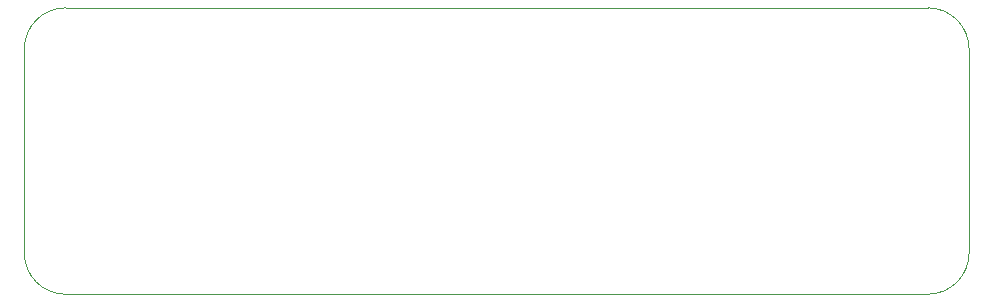
<source format=gbr>
%TF.GenerationSoftware,KiCad,Pcbnew,(6.0.4-0)*%
%TF.CreationDate,2022-07-20T14:53:49+12:00*%
%TF.ProjectId,motor-connector,6d6f746f-722d-4636-9f6e-6e6563746f72,rev?*%
%TF.SameCoordinates,PX6516e80PY5a995c0*%
%TF.FileFunction,Profile,NP*%
%FSLAX46Y46*%
G04 Gerber Fmt 4.6, Leading zero omitted, Abs format (unit mm)*
G04 Created by KiCad (PCBNEW (6.0.4-0)) date 2022-07-20 14:53:49*
%MOMM*%
%LPD*%
G01*
G04 APERTURE LIST*
%TA.AperFunction,Profile*%
%ADD10C,0.100000*%
%TD*%
G04 APERTURE END LIST*
D10*
X6500000Y27050000D02*
X6500000Y9800000D01*
X83000000Y30550000D02*
X10000000Y30550000D01*
X86500000Y9800000D02*
X86500000Y27050000D01*
X10000000Y6300000D02*
X83000000Y6300000D01*
X6500000Y9800000D02*
G75*
G03*
X10000000Y6300000I3500000J0D01*
G01*
X83000000Y6300000D02*
G75*
G03*
X86500000Y9800000I0J3500000D01*
G01*
X86500000Y27050000D02*
G75*
G03*
X83000000Y30550000I-3500000J0D01*
G01*
X10000000Y30550000D02*
G75*
G03*
X6500000Y27050000I0J-3500000D01*
G01*
M02*

</source>
